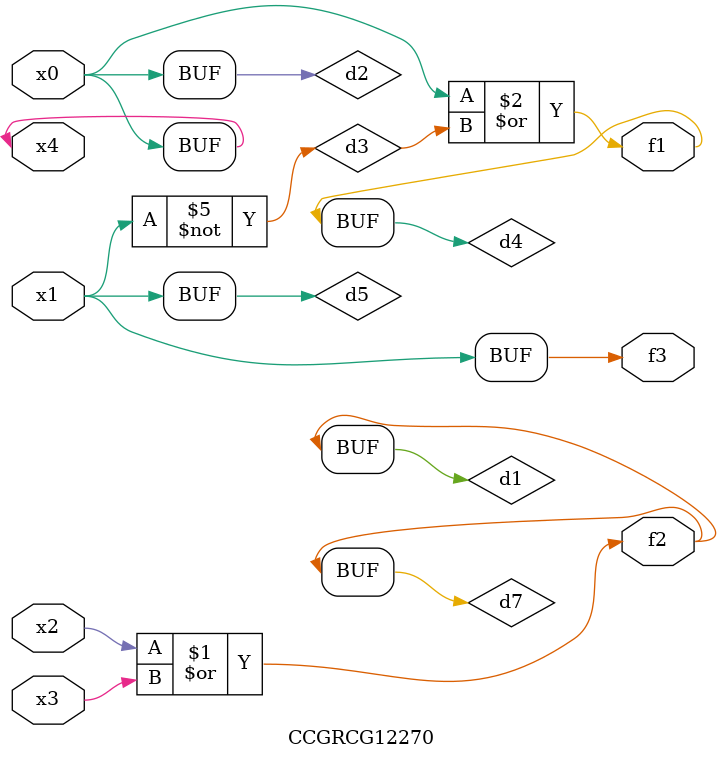
<source format=v>
module CCGRCG12270(
	input x0, x1, x2, x3, x4,
	output f1, f2, f3
);

	wire d1, d2, d3, d4, d5, d6, d7;

	or (d1, x2, x3);
	buf (d2, x0, x4);
	not (d3, x1);
	or (d4, d2, d3);
	not (d5, d3);
	nand (d6, d1, d3);
	or (d7, d1);
	assign f1 = d4;
	assign f2 = d7;
	assign f3 = d5;
endmodule

</source>
